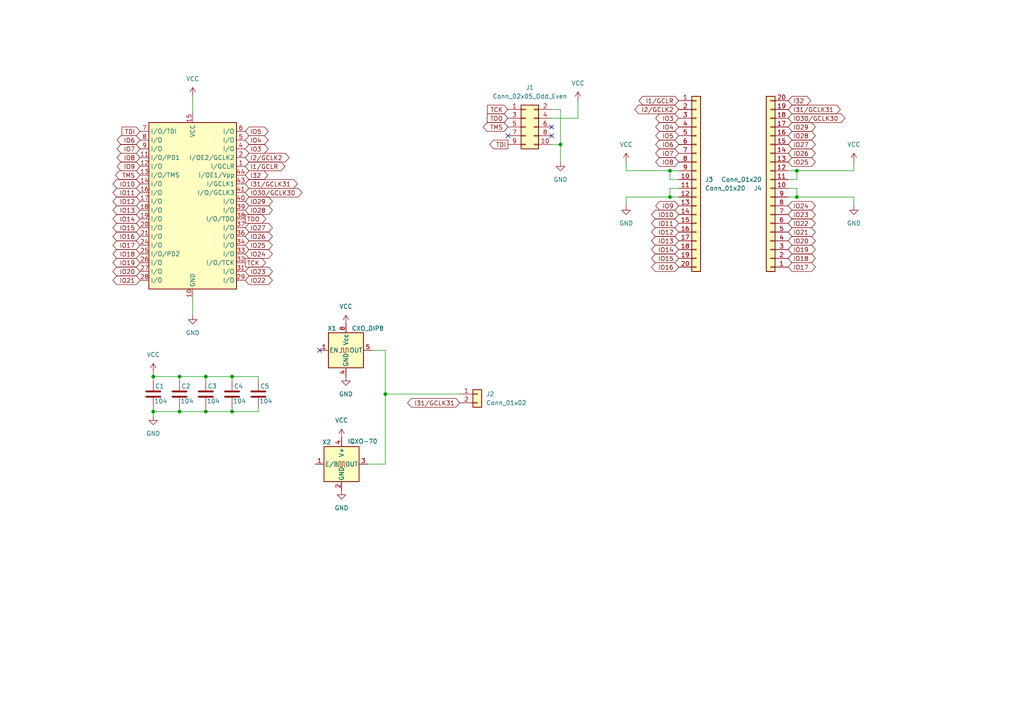
<source format=kicad_sch>
(kicad_sch (version 20231120) (generator "eeschema") (generator_version "8.0")
  (paper "A4")
  (lib_symbols
    (symbol "Connector_Generic:Conn_01x02" (pin_names (offset 1.016) hide)
      (property "Reference" "J" (at 0 2.54 0))
      (property "Value" "Conn_01x02" (at 0 -5.08 0))
      (symbol "Conn_01x02_1_1"
        (rectangle (start -1.27 -2.413) (end 0 -2.667) (stroke (width 0.1524)))
        (rectangle (start -1.27 0.127) (end 0 -0.127) (stroke (width 0.1524)))
        (rectangle (start -1.27 1.27) (end 1.27 -3.81) (stroke (width 0.254)) (fill (type background)))
        (pin passive line (at -5.08 0 0) (length 3.81) (name "Pin_1") (number "1"))
        (pin passive line (at -5.08 -2.54 0) (length 3.81) (name "Pin_2") (number "2"))
      )
    )
    (symbol "Connector_Generic:Conn_01x20" (pin_names (offset 1.016) hide)
      (property "Reference" "J" (at 0 25.4 0))
      (property "Value" "Conn_01x20" (at 0 -27.94 0))
      (symbol "Conn_01x20_1_1"
        (rectangle (start -1.27 -25.273) (end 0 -25.527) (stroke (width 0.1524)))
        (rectangle (start -1.27 -22.733) (end 0 -22.987) (stroke (width 0.1524)))
        (rectangle (start -1.27 -20.193) (end 0 -20.447) (stroke (width 0.1524)))
        (rectangle (start -1.27 -17.653) (end 0 -17.907) (stroke (width 0.1524)))
        (rectangle (start -1.27 -15.113) (end 0 -15.367) (stroke (width 0.1524)))
        (rectangle (start -1.27 -12.573) (end 0 -12.827) (stroke (width 0.1524)))
        (rectangle (start -1.27 -10.033) (end 0 -10.287) (stroke (width 0.1524)))
        (rectangle (start -1.27 -7.493) (end 0 -7.747) (stroke (width 0.1524)))
        (rectangle (start -1.27 -4.953) (end 0 -5.207) (stroke (width 0.1524)))
        (rectangle (start -1.27 -2.413) (end 0 -2.667) (stroke (width 0.1524)))
        (rectangle (start -1.27 0.127) (end 0 -0.127) (stroke (width 0.1524)))
        (rectangle (start -1.27 2.667) (end 0 2.413) (stroke (width 0.1524)))
        (rectangle (start -1.27 5.207) (end 0 4.953) (stroke (width 0.1524)))
        (rectangle (start -1.27 7.747) (end 0 7.493) (stroke (width 0.1524)))
        (rectangle (start -1.27 10.287) (end 0 10.033) (stroke (width 0.1524)))
        (rectangle (start -1.27 12.827) (end 0 12.573) (stroke (width 0.1524)))
        (rectangle (start -1.27 15.367) (end 0 15.113) (stroke (width 0.1524)))
        (rectangle (start -1.27 17.907) (end 0 17.653) (stroke (width 0.1524)))
        (rectangle (start -1.27 20.447) (end 0 20.193) (stroke (width 0.1524)))
        (rectangle (start -1.27 22.987) (end 0 22.733) (stroke (width 0.1524)))
        (rectangle (start -1.27 24.13) (end 1.27 -26.67) (stroke (width 0.254)) (fill (type background)))
        (pin passive line (at -5.08 22.86 0) (length 3.81) (name "Pin_1") (number "1"))
        (pin passive line (at -5.08 0 0) (length 3.81) (name "Pin_10") (number "10"))
        (pin passive line (at -5.08 -2.54 0) (length 3.81) (name "Pin_11") (number "11"))
        (pin passive line (at -5.08 -5.08 0) (length 3.81) (name "Pin_12") (number "12"))
        (pin passive line (at -5.08 -7.62 0) (length 3.81) (name "Pin_13") (number "13"))
        (pin passive line (at -5.08 -10.16 0) (length 3.81) (name "Pin_14") (number "14"))
        (pin passive line (at -5.08 -12.7 0) (length 3.81) (name "Pin_15") (number "15"))
        (pin passive line (at -5.08 -15.24 0) (length 3.81) (name "Pin_16") (number "16"))
        (pin passive line (at -5.08 -17.78 0) (length 3.81) (name "Pin_17") (number "17"))
        (pin passive line (at -5.08 -20.32 0) (length 3.81) (name "Pin_18") (number "18"))
        (pin passive line (at -5.08 -22.86 0) (length 3.81) (name "Pin_19") (number "19"))
        (pin passive line (at -5.08 20.32 0) (length 3.81) (name "Pin_2") (number "2"))
        (pin passive line (at -5.08 -25.4 0) (length 3.81) (name "Pin_20") (number "20"))
        (pin passive line (at -5.08 17.78 0) (length 3.81) (name "Pin_3") (number "3"))
        (pin passive line (at -5.08 15.24 0) (length 3.81) (name "Pin_4") (number "4"))
        (pin passive line (at -5.08 12.7 0) (length 3.81) (name "Pin_5") (number "5"))
        (pin passive line (at -5.08 10.16 0) (length 3.81) (name "Pin_6") (number "6"))
        (pin passive line (at -5.08 7.62 0) (length 3.81) (name "Pin_7") (number "7"))
        (pin passive line (at -5.08 5.08 0) (length 3.81) (name "Pin_8") (number "8"))
        (pin passive line (at -5.08 2.54 0) (length 3.81) (name "Pin_9") (number "9"))
      )
    )
    (symbol "Connector_Generic:Conn_02x05_Odd_Even" (pin_names (offset 1.016) hide)
      (property "Reference" "J" (at 1.27 7.62 0))
      (property "Value" "Conn_02x05_Odd_Even" (at 1.27 -7.62 0))
      (symbol "Conn_02x05_Odd_Even_1_1"
        (rectangle (start -1.27 -4.953) (end 0 -5.207) (stroke (width 0.1524)))
        (rectangle (start -1.27 -2.413) (end 0 -2.667) (stroke (width 0.1524)))
        (rectangle (start -1.27 0.127) (end 0 -0.127) (stroke (width 0.1524)))
        (rectangle (start -1.27 2.667) (end 0 2.413) (stroke (width 0.1524)))
        (rectangle (start -1.27 5.207) (end 0 4.953) (stroke (width 0.1524)))
        (rectangle (start -1.27 6.35) (end 3.81 -6.35) (stroke (width 0.254)) (fill (type background)))
        (rectangle (start 3.81 -4.953) (end 2.54 -5.207) (stroke (width 0.1524)))
        (rectangle (start 3.81 -2.413) (end 2.54 -2.667) (stroke (width 0.1524)))
        (rectangle (start 3.81 0.127) (end 2.54 -0.127) (stroke (width 0.1524)))
        (rectangle (start 3.81 2.667) (end 2.54 2.413) (stroke (width 0.1524)))
        (rectangle (start 3.81 5.207) (end 2.54 4.953) (stroke (width 0.1524)))
        (pin passive line (at -5.08 5.08 0) (length 3.81) (name "Pin_1") (number "1"))
        (pin passive line (at 7.62 -5.08 180) (length 3.81) (name "Pin_10") (number "10"))
        (pin passive line (at 7.62 5.08 180) (length 3.81) (name "Pin_2") (number "2"))
        (pin passive line (at -5.08 2.54 0) (length 3.81) (name "Pin_3") (number "3"))
        (pin passive line (at 7.62 2.54 180) (length 3.81) (name "Pin_4") (number "4"))
        (pin passive line (at -5.08 0 0) (length 3.81) (name "Pin_5") (number "5"))
        (pin passive line (at 7.62 0 180) (length 3.81) (name "Pin_6") (number "6"))
        (pin passive line (at -5.08 -2.54 0) (length 3.81) (name "Pin_7") (number "7"))
        (pin passive line (at 7.62 -2.54 180) (length 3.81) (name "Pin_8") (number "8"))
        (pin passive line (at -5.08 -5.08 0) (length 3.81) (name "Pin_9") (number "9"))
      )
    )
    (symbol "Device:C" (pin_numbers hide) (pin_names (offset 0.254))
      (property "Reference" "C" (at 0.635 2.54 0))
      (property "Value" "C" (at 0.635 -2.54 0))
      (symbol "C_0_1"
        (polyline (pts (xy -2.032 -0.762) (xy 2.032 -0.762)) (stroke (width 0.508)))
        (polyline (pts (xy -2.032 0.762) (xy 2.032 0.762)) (stroke (width 0.508)))
      )
      (symbol "C_1_1"
        (pin passive line (at 0 3.81 270) (length 2.794) (name "~") (number "1"))
        (pin passive line (at 0 -3.81 90) (length 2.794) (name "~") (number "2"))
      )
    )
    (symbol "Jayne k7:ATF1502AS-Jx44"
      (symbol "ATF1502AS-Jx44_0_1"
        (rectangle (start -12.7 22.86) (end 12.7 -25.4) (stroke (width 0.254)) (fill (type background)))
      )
      (symbol "ATF1502AS-Jx44_1_1"
        (pin input line (at 15.24 10.16 180) (length 2.54) (name "I/GCLR") (number "1"))
        (pin power_in line (at 0 -27.94 90) (length 2.54) (name "GND") (number "10"))
        (pin bidirectional line (at -15.24 12.7 0) (length 2.54) (name "I/O/PD1") (number "11"))
        (pin bidirectional line (at -15.24 10.16 0) (length 2.54) (name "I/O") (number "12"))
        (pin bidirectional line (at -15.24 7.62 0) (length 2.54) (name "I/O/TMS") (number "13"))
        (pin bidirectional line (at -15.24 5.08 0) (length 2.54) (name "I/O") (number "14"))
        (pin power_in line (at 0 25.4 270) (length 2.54) (name "VCC") (number "15"))
        (pin bidirectional line (at -15.24 2.54 0) (length 2.54) (name "I/O") (number "16"))
        (pin bidirectional line (at -15.24 0 0) (length 2.54) (name "I/O") (number "17"))
        (pin bidirectional line (at -15.24 -2.54 0) (length 2.54) (name "I/O") (number "18"))
        (pin bidirectional line (at -15.24 -5.08 0) (length 2.54) (name "I/O") (number "19"))
        (pin input line (at 15.24 12.7 180) (length 2.54) (name "I/OE2/GCLK2") (number "2"))
        (pin bidirectional line (at -15.24 -7.62 0) (length 2.54) (name "I/O") (number "20"))
        (pin bidirectional line (at -15.24 -10.16 0) (length 2.54) (name "I/O") (number "21"))
        (pin passive line (at 0 -27.94 90) (length 2.54) hide (name "GND") (number "22"))
        (pin passive line (at 0 25.4 270) (length 2.54) hide (name "VCC") (number "23"))
        (pin bidirectional line (at -15.24 -12.7 0) (length 2.54) (name "I/O") (number "24"))
        (pin bidirectional line (at -15.24 -15.24 0) (length 2.54) (name "I/O/PD2") (number "25"))
        (pin bidirectional line (at -15.24 -17.78 0) (length 2.54) (name "I/O") (number "26"))
        (pin bidirectional line (at -15.24 -20.32 0) (length 2.54) (name "I/O") (number "27"))
        (pin bidirectional line (at -15.24 -22.86 0) (length 2.54) (name "I/O") (number "28"))
        (pin bidirectional line (at 15.24 -22.86 180) (length 2.54) (name "I/O") (number "29"))
        (pin passive line (at 0 25.4 270) (length 2.54) hide (name "VCC") (number "3"))
        (pin passive line (at 0 -27.94 90) (length 2.54) hide (name "GND") (number "30"))
        (pin bidirectional line (at 15.24 -20.32 180) (length 2.54) (name "I/O") (number "31"))
        (pin bidirectional line (at 15.24 -17.78 180) (length 2.54) (name "I/O/TCK") (number "32"))
        (pin bidirectional line (at 15.24 -15.24 180) (length 2.54) (name "I/O") (number "33"))
        (pin bidirectional line (at 15.24 -12.7 180) (length 2.54) (name "I/O") (number "34"))
        (pin passive line (at 0 25.4 270) (length 2.54) hide (name "VCC") (number "35"))
        (pin bidirectional line (at 15.24 -10.16 180) (length 2.54) (name "I/O") (number "36"))
        (pin bidirectional line (at 15.24 -7.62 180) (length 2.54) (name "I/O") (number "37"))
        (pin bidirectional line (at 15.24 -5.08 180) (length 2.54) (name "I/O/TDO") (number "38"))
        (pin bidirectional line (at 15.24 -2.54 180) (length 2.54) (name "I/O") (number "39"))
        (pin bidirectional line (at 15.24 15.24 180) (length 2.54) (name "I/O") (number "4"))
        (pin bidirectional line (at 15.24 0 180) (length 2.54) (name "I/O") (number "40"))
        (pin bidirectional line (at 15.24 2.54 180) (length 2.54) (name "I/O/GCLK3") (number "41"))
        (pin passive line (at 0 -27.94 90) (length 2.54) hide (name "GND") (number "42"))
        (pin input line (at 15.24 5.08 180) (length 2.54) (name "I/GCLK1") (number "43"))
        (pin input line (at 15.24 7.62 180) (length 2.54) (name "I/OE1/Vpp") (number "44"))
        (pin bidirectional line (at 15.24 17.78 180) (length 2.54) (name "I/O") (number "5"))
        (pin bidirectional line (at 15.24 20.32 180) (length 2.54) (name "I/O") (number "6"))
        (pin bidirectional line (at -15.24 20.32 0) (length 2.54) (name "I/O/TDI") (number "7"))
        (pin bidirectional line (at -15.24 17.78 0) (length 2.54) (name "I/O") (number "8"))
        (pin bidirectional line (at -15.24 15.24 0) (length 2.54) (name "I/O") (number "9"))
      )
    )
    (symbol "Oscillator:CXO_DIP8" (pin_names (offset 0.254))
      (property "Reference" "X" (at -5.08 6.35 0))
      (property "Value" "CXO_DIP8" (at 1.27 -6.35 0))
      (symbol "CXO_DIP8_0_1"
        (rectangle (start -5.08 5.08) (end 5.08 -5.08) (stroke (width 0.254)) (fill (type background)))
        (polyline (pts (xy -1.905 -0.635) (xy -1.27 -0.635) (xy -1.27 0.635) (xy -0.635 0.635) (xy -0.635 -0.635) (xy 0 -0.635) (xy 0 0.635) (xy 0.635 0.635) (xy 0.635 -0.635)))
      )
      (symbol "CXO_DIP8_1_1"
        (pin input line (at -7.62 0 0) (length 2.54) (name "EN") (number "1"))
        (pin power_in line (at 0 -7.62 90) (length 2.54) (name "GND") (number "4"))
        (pin output line (at 7.62 0 180) (length 2.54) (name "OUT") (number "5"))
        (pin power_in line (at 0 7.62 270) (length 2.54) (name "Vcc") (number "8"))
      )
    )
    (symbol "Oscillator:IQXO-70" (pin_names (offset 0.254))
      (property "Reference" "X" (at -5.08 6.35 0))
      (property "Value" "IQXO-70" (at 1.27 -6.35 0))
      (symbol "IQXO-70_0_1"
        (rectangle (start -5.08 5.08) (end 5.08 -5.08) (stroke (width 0.254)) (fill (type background)))
        (polyline (pts (xy -1.016 -0.762) (xy -0.762 -0.762) (xy -0.762 0.762) (xy -0.254 0.762) (xy -0.254 -0.762) (xy 0.254 -0.762) (xy 0.254 0.762) (xy 0.762 0.762) (xy 0.762 -0.762) (xy 1.016 -0.762)))
      )
      (symbol "IQXO-70_1_1"
        (pin input line (at -7.62 0 0) (length 2.54) (name "E/B") (number "1"))
        (pin power_in line (at 0 -7.62 90) (length 2.54) (name "GND") (number "2"))
        (pin output line (at 7.62 0 180) (length 2.54) (name "OUT") (number "3"))
        (pin power_in line (at 0 7.62 270) (length 2.54) (name "V+") (number "4"))
      )
    )
    (symbol "power:GND" (power) (pin_numbers hide) (pin_names (offset 0) hide)
      (property "Value" "GND" (at 0 -3.81 0))
      (symbol "GND_0_1"
        (polyline (pts (xy 0 0) (xy 0 -1.27) (xy 1.27 -1.27) (xy 0 -2.54) (xy -1.27 -1.27) (xy 0 -1.27)))
      )
      (symbol "GND_1_1"
        (pin power_in line (at 0 0 270) (length 0) (name "~") (number "1"))
      )
    )
    (symbol "power:VCC" (power) (pin_numbers hide) (pin_names (offset 0) hide)
      (property "Value" "VCC" (at 0 3.556 0))
      (symbol "VCC_0_1"
        (polyline (pts (xy -0.762 1.27) (xy 0 2.54)))
        (polyline (pts (xy 0 0) (xy 0 2.54)))
        (polyline (pts (xy 0 2.54) (xy 0.762 1.27)))
      )
      (symbol "VCC_1_1"
        (pin power_in line (at 0 0 90) (length 0) (name "~") (number "1"))
      )
    )
  )
  (junction (at 231.14 49.53))
  (junction (at 194.31 49.53))
  (junction (at 111.76 114.3))
  (junction (at 67.31 109.22))
  (junction (at 44.45 109.22))
  (junction (at 59.69 109.22))
  (junction (at 59.69 119.38))
  (junction (at 67.31 119.38))
  (junction (at 44.45 119.38))
  (junction (at 52.07 109.22))
  (junction (at 52.07 119.38))
  (junction (at 162.56 41.91))
  (junction (at 231.14 57.15))
  (junction (at 194.31 57.15))
  (no_connect (at 160.02 36.83))
  (no_connect (at 92.71 101.6))
  (no_connect (at 160.02 39.37))
  (no_connect (at 147.32 39.37))
  (wire (pts (xy 181.61 57.15) (xy 181.61 59.69)))
  (wire (pts (xy 167.64 34.29) (xy 167.64 29.21)))
  (wire (pts (xy 44.45 107.95) (xy 44.45 109.22)))
  (wire (pts (xy 44.45 119.38) (xy 52.07 119.38)))
  (wire (pts (xy 52.07 109.22) (xy 52.07 110.49)))
  (wire (pts (xy 160.02 41.91) (xy 162.56 41.91)))
  (wire (pts (xy 74.93 119.38) (xy 74.93 118.11)))
  (wire (pts (xy 231.14 52.07) (xy 231.14 49.53)))
  (wire (pts (xy 44.45 118.11) (xy 44.45 119.38)))
  (wire (pts (xy 162.56 46.99) (xy 162.56 41.91)))
  (wire (pts (xy 55.88 86.36) (xy 55.88 91.44)))
  (wire (pts (xy 44.45 109.22) (xy 44.45 110.49)))
  (wire (pts (xy 162.56 31.75) (xy 160.02 31.75)))
  (wire (pts (xy 228.6 49.53) (xy 231.14 49.53)))
  (wire (pts (xy 52.07 119.38) (xy 52.07 118.11)))
  (wire (pts (xy 160.02 34.29) (xy 167.64 34.29)))
  (wire (pts (xy 194.31 49.53) (xy 194.31 52.07)))
  (wire (pts (xy 111.76 114.3) (xy 133.35 114.3)))
  (wire (pts (xy 194.31 49.53) (xy 196.85 49.53)))
  (wire (pts (xy 52.07 109.22) (xy 59.69 109.22)))
  (wire (pts (xy 228.6 52.07) (xy 231.14 52.07)))
  (wire (pts (xy 74.93 109.22) (xy 74.93 110.49)))
  (wire (pts (xy 194.31 57.15) (xy 181.61 57.15)))
  (wire (pts (xy 247.65 57.15) (xy 247.65 59.69)))
  (wire (pts (xy 231.14 57.15) (xy 247.65 57.15)))
  (wire (pts (xy 194.31 54.61) (xy 194.31 57.15)))
  (wire (pts (xy 196.85 54.61) (xy 194.31 54.61)))
  (wire (pts (xy 228.6 54.61) (xy 231.14 54.61)))
  (wire (pts (xy 67.31 109.22) (xy 74.93 109.22)))
  (wire (pts (xy 181.61 46.99) (xy 181.61 49.53)))
  (wire (pts (xy 247.65 49.53) (xy 247.65 46.99)))
  (wire (pts (xy 59.69 109.22) (xy 67.31 109.22)))
  (wire (pts (xy 231.14 49.53) (xy 247.65 49.53)))
  (wire (pts (xy 196.85 52.07) (xy 194.31 52.07)))
  (wire (pts (xy 59.69 109.22) (xy 59.69 110.49)))
  (wire (pts (xy 162.56 41.91) (xy 162.56 31.75)))
  (wire (pts (xy 59.69 119.38) (xy 67.31 119.38)))
  (wire (pts (xy 231.14 54.61) (xy 231.14 57.15)))
  (wire (pts (xy 107.95 101.6) (xy 111.76 101.6)))
  (wire (pts (xy 59.69 118.11) (xy 59.69 119.38)))
  (wire (pts (xy 55.88 27.94) (xy 55.88 33.02)))
  (wire (pts (xy 67.31 109.22) (xy 67.31 110.49)))
  (wire (pts (xy 67.31 119.38) (xy 67.31 118.11)))
  (wire (pts (xy 111.76 114.3) (xy 111.76 134.62)))
  (wire (pts (xy 44.45 109.22) (xy 52.07 109.22)))
  (wire (pts (xy 52.07 119.38) (xy 59.69 119.38)))
  (wire (pts (xy 44.45 119.38) (xy 44.45 120.65)))
  (wire (pts (xy 196.85 57.15) (xy 194.31 57.15)))
  (wire (pts (xy 111.76 101.6) (xy 111.76 114.3)))
  (wire (pts (xy 228.6 57.15) (xy 231.14 57.15)))
  (wire (pts (xy 181.61 49.53) (xy 194.31 49.53)))
  (wire (pts (xy 67.31 119.38) (xy 74.93 119.38)))
  (wire (pts (xy 111.76 134.62) (xy 106.68 134.62)))
  (global_label "IO10" (shape tri_state) (at 196.85 62.23 180) (property "Intersheetrefs" "${INTERSHEET_REFS}" (effects (hide yes))))
  (global_label "IO8" (shape tri_state) (at 196.85 46.99 180) (property "Intersheetrefs" "${INTERSHEET_REFS}" (effects (hide yes))))
  (global_label "I1{slash}GCLR" (shape tri_state) (at 71.12 48.26 0) (property "Intersheetrefs" "${INTERSHEET_REFS}" (effects (hide yes))))
  (global_label "IO9" (shape tri_state) (at 40.64 48.26 180) (property "Intersheetrefs" "${INTERSHEET_REFS}" (effects (hide yes))))
  (global_label "IO25" (shape tri_state) (at 71.12 71.12 0) (property "Intersheetrefs" "${INTERSHEET_REFS}" (effects (hide yes))))
  (global_label "IO30{slash}GCLK30" (shape tri_state) (at 71.12 55.88 0) (property "Intersheetrefs" "${INTERSHEET_REFS}" (effects (hide yes))))
  (global_label "IO17" (shape tri_state) (at 40.64 71.12 180) (property "Intersheetrefs" "${INTERSHEET_REFS}" (effects (hide yes))))
  (global_label "IO5" (shape tri_state) (at 196.85 39.37 180) (property "Intersheetrefs" "${INTERSHEET_REFS}" (effects (hide yes))))
  (global_label "IO5" (shape tri_state) (at 71.12 38.1 0) (property "Intersheetrefs" "${INTERSHEET_REFS}" (effects (hide yes))))
  (global_label "IO6" (shape tri_state) (at 196.85 41.91 180) (property "Intersheetrefs" "${INTERSHEET_REFS}" (effects (hide yes))))
  (global_label "I32" (shape tri_state) (at 228.6 29.21 0) (property "Intersheetrefs" "${INTERSHEET_REFS}" (effects (hide yes))))
  (global_label "I31{slash}GCLK31" (shape tri_state) (at 228.6 31.75 0) (property "Intersheetrefs" "${INTERSHEET_REFS}" (effects (hide yes))))
  (global_label "IO16" (shape tri_state) (at 40.64 68.58 180) (property "Intersheetrefs" "${INTERSHEET_REFS}" (effects (hide yes))))
  (global_label "TMS" (shape bidirectional) (at 147.32 36.83 180) (property "Intersheetrefs" "${INTERSHEET_REFS}" (effects (hide yes))))
  (global_label "IO18" (shape tri_state) (at 40.64 73.66 180) (property "Intersheetrefs" "${INTERSHEET_REFS}" (effects (hide yes))))
  (global_label "IO27" (shape tri_state) (at 228.6 41.91 0) (property "Intersheetrefs" "${INTERSHEET_REFS}" (effects (hide yes))))
  (global_label "IO22" (shape tri_state) (at 71.12 81.28 0) (property "Intersheetrefs" "${INTERSHEET_REFS}" (effects (hide yes))))
  (global_label "IO23" (shape tri_state) (at 228.6 62.23 0) (property "Intersheetrefs" "${INTERSHEET_REFS}" (effects (hide yes))))
  (global_label "IO22" (shape tri_state) (at 228.6 64.77 0) (property "Intersheetrefs" "${INTERSHEET_REFS}" (effects (hide yes))))
  (global_label "IO28" (shape tri_state) (at 228.6 39.37 0) (property "Intersheetrefs" "${INTERSHEET_REFS}" (effects (hide yes))))
  (global_label "IO24" (shape tri_state) (at 71.12 73.66 0) (property "Intersheetrefs" "${INTERSHEET_REFS}" (effects (hide yes))))
  (global_label "TDO" (shape output) (at 71.12 63.5 0) (property "Intersheetrefs" "${INTERSHEET_REFS}" (effects (hide yes))))
  (global_label "TDI" (shape output) (at 147.32 41.91 180) (property "Intersheetrefs" "${INTERSHEET_REFS}" (effects (hide yes))))
  (global_label "IO6" (shape tri_state) (at 40.64 40.64 180) (property "Intersheetrefs" "${INTERSHEET_REFS}" (effects (hide yes))))
  (global_label "I31{slash}GCLK31" (shape tri_state) (at 133.35 116.84 180) (property "Intersheetrefs" "${INTERSHEET_REFS}" (effects (hide yes))))
  (global_label "IO11" (shape tri_state) (at 40.64 55.88 180) (property "Intersheetrefs" "${INTERSHEET_REFS}" (effects (hide yes))))
  (global_label "IO3" (shape tri_state) (at 71.12 43.18 0) (property "Intersheetrefs" "${INTERSHEET_REFS}" (effects (hide yes))))
  (global_label "I1{slash}GCLR" (shape tri_state) (at 196.85 29.21 180) (property "Intersheetrefs" "${INTERSHEET_REFS}" (effects (hide yes))))
  (global_label "IO21" (shape tri_state) (at 228.6 67.31 0) (property "Intersheetrefs" "${INTERSHEET_REFS}" (effects (hide yes))))
  (global_label "IO3" (shape tri_state) (at 196.85 34.29 180) (property "Intersheetrefs" "${INTERSHEET_REFS}" (effects (hide yes))))
  (global_label "IO26" (shape tri_state) (at 71.12 68.58 0) (property "Intersheetrefs" "${INTERSHEET_REFS}" (effects (hide yes))))
  (global_label "IO20" (shape tri_state) (at 40.64 78.74 180) (property "Intersheetrefs" "${INTERSHEET_REFS}" (effects (hide yes))))
  (global_label "IO13" (shape tri_state) (at 196.85 69.85 180) (property "Intersheetrefs" "${INTERSHEET_REFS}" (effects (hide yes))))
  (global_label "TCK" (shape input) (at 147.32 31.75 180) (property "Intersheetrefs" "${INTERSHEET_REFS}" (effects (hide yes))))
  (global_label "IO14" (shape tri_state) (at 40.64 63.5 180) (property "Intersheetrefs" "${INTERSHEET_REFS}" (effects (hide yes))))
  (global_label "IO17" (shape tri_state) (at 228.6 77.47 0) (property "Intersheetrefs" "${INTERSHEET_REFS}" (effects (hide yes))))
  (global_label "IO15" (shape tri_state) (at 40.64 66.04 180) (property "Intersheetrefs" "${INTERSHEET_REFS}" (effects (hide yes))))
  (global_label "IO19" (shape tri_state) (at 228.6 72.39 0) (property "Intersheetrefs" "${INTERSHEET_REFS}" (effects (hide yes))))
  (global_label "TCK" (shape output) (at 71.12 76.2 0) (property "Intersheetrefs" "${INTERSHEET_REFS}" (effects (hide yes))))
  (global_label "IO14" (shape tri_state) (at 196.85 72.39 180) (property "Intersheetrefs" "${INTERSHEET_REFS}" (effects (hide yes))))
  (global_label "I2{slash}GCLK2" (shape tri_state) (at 196.85 31.75 180) (property "Intersheetrefs" "${INTERSHEET_REFS}" (effects (hide yes))))
  (global_label "IO10" (shape tri_state) (at 40.64 53.34 180) (property "Intersheetrefs" "${INTERSHEET_REFS}" (effects (hide yes))))
  (global_label "IO25" (shape tri_state) (at 228.6 46.99 0) (property "Intersheetrefs" "${INTERSHEET_REFS}" (effects (hide yes))))
  (global_label "IO23" (shape tri_state) (at 71.12 78.74 0) (property "Intersheetrefs" "${INTERSHEET_REFS}" (effects (hide yes))))
  (global_label "TDI" (shape input) (at 40.64 38.1 180) (property "Intersheetrefs" "${INTERSHEET_REFS}" (effects (hide yes))))
  (global_label "IO7" (shape tri_state) (at 40.64 43.18 180) (property "Intersheetrefs" "${INTERSHEET_REFS}" (effects (hide yes))))
  (global_label "IO28" (shape tri_state) (at 71.12 60.96 0) (property "Intersheetrefs" "${INTERSHEET_REFS}" (effects (hide yes))))
  (global_label "IO16" (shape tri_state) (at 196.85 77.47 180) (property "Intersheetrefs" "${INTERSHEET_REFS}" (effects (hide yes))))
  (global_label "IO29" (shape tri_state) (at 228.6 36.83 0) (property "Intersheetrefs" "${INTERSHEET_REFS}" (effects (hide yes))))
  (global_label "IO26" (shape tri_state) (at 228.6 44.45 0) (property "Intersheetrefs" "${INTERSHEET_REFS}" (effects (hide yes))))
  (global_label "IO7" (shape tri_state) (at 196.85 44.45 180) (property "Intersheetrefs" "${INTERSHEET_REFS}" (effects (hide yes))))
  (global_label "IO12" (shape tri_state) (at 196.85 67.31 180) (property "Intersheetrefs" "${INTERSHEET_REFS}" (effects (hide yes))))
  (global_label "IO12" (shape tri_state) (at 40.64 58.42 180) (property "Intersheetrefs" "${INTERSHEET_REFS}" (effects (hide yes))))
  (global_label "TMS" (shape bidirectional) (at 40.64 50.8 180) (property "Intersheetrefs" "${INTERSHEET_REFS}" (effects (hide yes))))
  (global_label "IO19" (shape tri_state) (at 40.64 76.2 180) (property "Intersheetrefs" "${INTERSHEET_REFS}" (effects (hide yes))))
  (global_label "IO15" (shape tri_state) (at 196.85 74.93 180) (property "Intersheetrefs" "${INTERSHEET_REFS}" (effects (hide yes))))
  (global_label "IO9" (shape tri_state) (at 196.85 59.69 180) (property "Intersheetrefs" "${INTERSHEET_REFS}" (effects (hide yes))))
  (global_label "TDO" (shape input) (at 147.32 34.29 180) (property "Intersheetrefs" "${INTERSHEET_REFS}" (effects (hide yes))))
  (global_label "IO24" (shape tri_state) (at 228.6 59.69 0) (property "Intersheetrefs" "${INTERSHEET_REFS}" (effects (hide yes))))
  (global_label "IO27" (shape tri_state) (at 71.12 66.04 0) (property "Intersheetrefs" "${INTERSHEET_REFS}" (effects (hide yes))))
  (global_label "IO8" (shape tri_state) (at 40.64 45.72 180) (property "Intersheetrefs" "${INTERSHEET_REFS}" (effects (hide yes))))
  (global_label "IO13" (shape tri_state) (at 40.64 60.96 180) (property "Intersheetrefs" "${INTERSHEET_REFS}" (effects (hide yes))))
  (global_label "IO11" (shape tri_state) (at 196.85 64.77 180) (property "Intersheetrefs" "${INTERSHEET_REFS}" (effects (hide yes))))
  (global_label "I32" (shape tri_state) (at 71.12 50.8 0) (property "Intersheetrefs" "${INTERSHEET_REFS}" (effects (hide yes))))
  (global_label "IO4" (shape tri_state) (at 196.85 36.83 180) (property "Intersheetrefs" "${INTERSHEET_REFS}" (effects (hide yes))))
  (global_label "IO29" (shape tri_state) (at 71.12 58.42 0) (property "Intersheetrefs" "${INTERSHEET_REFS}" (effects (hide yes))))
  (global_label "IO21" (shape tri_state) (at 40.64 81.28 180) (property "Intersheetrefs" "${INTERSHEET_REFS}" (effects (hide yes))))
  (global_label "IO30{slash}GCLK30" (shape tri_state) (at 228.6 34.29 0) (property "Intersheetrefs" "${INTERSHEET_REFS}" (effects (hide yes))))
  (global_label "IO20" (shape tri_state) (at 228.6 69.85 0) (property "Intersheetrefs" "${INTERSHEET_REFS}" (effects (hide yes))))
  (global_label "I2{slash}GCLK2" (shape tri_state) (at 71.12 45.72 0) (property "Intersheetrefs" "${INTERSHEET_REFS}" (effects (hide yes))))
  (global_label "I31{slash}GCLK31" (shape tri_state) (at 71.12 53.34 0) (property "Intersheetrefs" "${INTERSHEET_REFS}" (effects (hide yes))))
  (global_label "IO18" (shape tri_state) (at 228.6 74.93 0) (property "Intersheetrefs" "${INTERSHEET_REFS}" (effects (hide yes))))
  (global_label "IO4" (shape tri_state) (at 71.12 40.64 0) (property "Intersheetrefs" "${INTERSHEET_REFS}" (effects (hide yes))))
  (symbol (lib_id "Device:C") (at 67.31 114.3 0) (unit 1)
    (property "Reference" "C4" (at 67.818 112.014 0) (effects (justify left)))
    (property "Value" "104" (at 67.564 116.332 0) (effects (justify left)))
    (property "Footprint" "Capacitor_SMD:C_0805_2012Metric_Pad1.18x1.45mm_HandSolder" (effects (hide yes)))
    (property "Description" "Unpolarized capacitor" (effects (hide yes)))
    (property "LCSC" "C14663" (effects (hide yes)))
  )
  (symbol (lib_id "Device:C") (at 52.07 114.3 0) (unit 1)
    (property "Reference" "C2" (at 52.578 112.014 0) (effects (justify left)))
    (property "Value" "104" (at 52.324 116.332 0) (effects (justify left)))
    (property "Footprint" "Capacitor_SMD:C_0805_2012Metric_Pad1.18x1.45mm_HandSolder" (effects (hide yes)))
    (property "Description" "Unpolarized capacitor" (effects (hide yes)))
    (property "LCSC" "C14663" (effects (hide yes)))
  )
  (symbol (lib_id "power:GND") (at 181.61 59.69 0) (unit 1)
    (property "Reference" "#PWR07" (effects (hide yes)))
    (property "Value" "GND" (at 181.61 64.77 0))
    (property "Description" "Power symbol creates a global label with name \"GND\" , ground" (effects (hide yes)))
  )
  (symbol (lib_id "Oscillator:IQXO-70") (at 99.06 134.62 0) (unit 1)
    (property "Reference" "X2" (at 94.742 128.27 0))
    (property "Value" "IQXO-70" (at 105.156 128.016 0))
    (property "Footprint" "Oscillator:Oscillator_SMD_EuroQuartz_XO53-4Pin_5.0x3.2mm" (effects (hide yes)))
    (property "Datasheet" "http://www.iqdfrequencyproducts.com/products/details/iqxo-70-11-30.pdf" (effects (hide yes)))
    (property "Description" "Crystal Clock Oscillator, SMD package 7.5x5.0mm²" (effects (hide yes)))
  )
  (symbol (lib_id "power:VCC") (at 247.65 46.99 0) (unit 1)
    (property "Reference" "#PWR09" (effects (hide yes)))
    (property "Value" "VCC" (at 247.65 41.91 0))
    (property "Description" "Power symbol creates a global label with name \"VCC\"" (effects (hide yes)))
  )
  (symbol (lib_id "Device:C") (at 59.69 114.3 0) (unit 1)
    (property "Reference" "C3" (at 60.198 112.014 0) (effects (justify left)))
    (property "Value" "104" (at 59.944 116.332 0) (effects (justify left)))
    (property "Footprint" "Capacitor_SMD:C_0805_2012Metric_Pad1.18x1.45mm_HandSolder" (effects (hide yes)))
    (property "Description" "Unpolarized capacitor" (effects (hide yes)))
    (property "LCSC" "C14663" (effects (hide yes)))
  )
  (symbol (lib_id "power:VCC") (at 55.88 27.94 0) (unit 1)
    (property "Reference" "#PWR01" (effects (hide yes)))
    (property "Value" "VCC" (at 55.88 22.86 0))
    (property "Description" "Power symbol creates a global label with name \"VCC\"" (effects (hide yes)))
  )
  (symbol (lib_id "Connector_Generic:Conn_01x20") (at 223.52 54.61 180) (unit 1)
    (property "Reference" "J4" (at 220.98 54.6101 0) (effects (justify left)))
    (property "Value" "Conn_01x20" (at 220.98 52.0701 0) (effects (justify left)))
    (property "Footprint" "Connector_PinHeader_2.54mm:PinHeader_1x20_P2.54mm_Vertical" (effects (hide yes)))
    (property "Description" "Generic connector, single row, 01x20, script generated (kicad-library-utils/schlib/autogen/connector/)" (effects (hide yes)))
  )
  (symbol (lib_id "power:GND") (at 44.45 120.65 0) (unit 1)
    (property "Reference" "#PWR04" (effects (hide yes)))
    (property "Value" "GND" (at 44.45 125.73 0))
    (property "Description" "Power symbol creates a global label with name \"GND\" , ground" (effects (hide yes)))
  )
  (symbol (lib_id "Connector_Generic:Conn_01x20") (at 201.93 52.07 0) (unit 1)
    (property "Reference" "J3" (at 204.47 52.0699 0) (effects (justify left)))
    (property "Value" "Conn_01x20" (at 204.47 54.6099 0) (effects (justify left)))
    (property "Footprint" "Connector_PinHeader_2.54mm:PinHeader_1x20_P2.54mm_Vertical" (effects (hide yes)))
    (property "Description" "Generic connector, single row, 01x20, script generated (kicad-library-utils/schlib/autogen/connector/)" (effects (hide yes)))
  )
  (symbol (lib_id "power:VCC") (at 167.64 29.21 0) (unit 1)
    (property "Reference" "#PWR06" (effects (hide yes)))
    (property "Value" "VCC" (at 167.64 24.13 0))
    (property "Description" "Power symbol creates a global label with name \"VCC\"" (effects (hide yes)))
  )
  (symbol (lib_id "power:VCC") (at 44.45 107.95 0) (unit 1)
    (property "Reference" "#PWR03" (effects (hide yes)))
    (property "Value" "VCC" (at 44.45 102.87 0))
    (property "Description" "Power symbol creates a global label with name \"VCC\"" (effects (hide yes)))
  )
  (symbol (lib_id "power:VCC") (at 99.06 127 0) (unit 1)
    (property "Reference" "#PWR013" (effects (hide yes)))
    (property "Value" "VCC" (at 99.06 121.92 0))
    (property "Description" "Power symbol creates a global label with name \"VCC\"" (effects (hide yes)))
  )
  (symbol (lib_id "Connector_Generic:Conn_02x05_Odd_Even") (at 152.4 36.83 0) (unit 1)
    (property "Reference" "J1" (at 153.67 25.4 0))
    (property "Value" "Conn_02x05_Odd_Even" (at 153.67 27.94 0))
    (property "Footprint" "Connector_PinHeader_2.54mm:PinHeader_2x05_P2.54mm_Vertical" (effects (hide yes)))
    (property "Description" "Generic connector, double row, 02x05, odd/even pin numbering scheme (row 1 odd numbers, row 2 even numbers), script generated (kicad-library-utils/schlib/autogen/connector/)" (effects (hide yes)))
  )
  (symbol (lib_id "power:GND") (at 247.65 59.69 0) (unit 1)
    (property "Reference" "#PWR08" (effects (hide yes)))
    (property "Value" "GND" (at 247.65 64.77 0))
    (property "Description" "Power symbol creates a global label with name \"GND\" , ground" (effects (hide yes)))
  )
  (symbol (lib_id "Device:C") (at 74.93 114.3 0) (unit 1)
    (property "Reference" "C5" (at 75.438 112.014 0) (effects (justify left)))
    (property "Value" "104" (at 75.184 116.332 0) (effects (justify left)))
    (property "Footprint" "Capacitor_SMD:C_0805_2012Metric_Pad1.18x1.45mm_HandSolder" (effects (hide yes)))
    (property "Description" "Unpolarized capacitor" (effects (hide yes)))
    (property "LCSC" "C14663" (effects (hide yes)))
  )
  (symbol (lib_id "power:GND") (at 55.88 91.44 0) (unit 1)
    (property "Reference" "#PWR02" (effects (hide yes)))
    (property "Value" "GND" (at 55.88 96.52 0))
    (property "Description" "Power symbol creates a global label with name \"GND\" , ground" (effects (hide yes)))
  )
  (symbol (lib_id "power:GND") (at 99.06 142.24 0) (unit 1)
    (property "Reference" "#PWR014" (effects (hide yes)))
    (property "Value" "GND" (at 99.06 147.32 0))
    (property "Description" "Power symbol creates a global label with name \"GND\" , ground" (effects (hide yes)))
  )
  (symbol (lib_id "Device:C") (at 44.45 114.3 0) (unit 1)
    (property "Reference" "C1" (at 44.958 112.014 0) (effects (justify left)))
    (property "Value" "104" (at 44.704 116.332 0) (effects (justify left)))
    (property "Footprint" "Capacitor_SMD:C_0805_2012Metric_Pad1.18x1.45mm_HandSolder" (effects (hide yes)))
    (property "Description" "Unpolarized capacitor" (effects (hide yes)))
    (property "LCSC" "C14663" (effects (hide yes)))
  )
  (symbol (lib_id "power:VCC") (at 181.61 46.99 0) (unit 1)
    (property "Reference" "#PWR010" (effects (hide yes)))
    (property "Value" "VCC" (at 181.61 41.91 0))
    (property "Description" "Power symbol creates a global label with name \"VCC\"" (effects (hide yes)))
  )
  (symbol (lib_id "power:GND") (at 100.33 109.22 0) (unit 1)
    (property "Reference" "#PWR012" (effects (hide yes)))
    (property "Value" "GND" (at 100.33 114.3 0))
    (property "Description" "Power symbol creates a global label with name \"GND\" , ground" (effects (hide yes)))
  )
  (symbol (lib_id "power:GND") (at 162.56 46.99 0) (unit 1)
    (property "Reference" "#PWR05" (effects (hide yes)))
    (property "Value" "GND" (at 162.56 52.07 0))
    (property "Description" "Power symbol creates a global label with name \"GND\" , ground" (effects (hide yes)))
  )
  (symbol (lib_id "Oscillator:CXO_DIP8") (at 100.33 101.6 0) (unit 1)
    (property "Reference" "X1" (at 96.266 95.25 0))
    (property "Value" "CXO_DIP8" (at 106.68 95.25 0))
    (property "Footprint" "Oscillator:Oscillator_DIP-8" (effects (hide yes)))
    (property "Datasheet" "http://cdn-reichelt.de/documents/datenblatt/B400/OSZI.pdf" (effects (hide yes)))
    (property "Description" "Crystal Clock Oscillator, DIP8-style metal package" (effects (hide yes)))
  )
  (symbol (lib_id "power:VCC") (at 100.33 93.98 0) (unit 1)
    (property "Reference" "#PWR011" (effects (hide yes)))
    (property "Value" "VCC" (at 100.33 88.9 0))
    (property "Description" "Power symbol creates a global label with name \"VCC\"" (effects (hide yes)))
  )
  (symbol (lib_id "Jayne k7:ATF1502AS-Jx44") (at 55.88 58.42 0) (unit 1)
    (property "Reference" "U1" (effects (hide yes)))
    (property "Value" "ATF1502AS-Jx44" (effects (hide yes)))
    (property "Footprint" "Package_LCC:PLCC-44_THT-Socket" (effects (hide yes)))
    (property "Datasheet" "http://ww1.microchip.com/downloads/en/DeviceDoc/Atmel-0995-CPLD-ATF1502AS(L)-Datasheet.pdf" (effects (hide yes)))
    (property "Description" "Microchip CPLD, 32 Macrocell, 5 V, PLCC-44" (effects (hide yes)))
  )
  (symbol (lib_id "Connector_Generic:Conn_01x02") (at 138.43 114.3 0) (unit 1)
    (property "Reference" "J2" (at 140.97 114.2999 0) (effects (justify left)))
    (property "Value" "Conn_01x02" (at 140.97 116.8399 0) (effects (justify left)))
    (property "Footprint" "Connector_PinHeader_2.54mm:PinHeader_1x02_P2.54mm_Vertical" (effects (hide yes)))
    (property "Description" "Generic connector, single row, 01x02, script generated (kicad-library-utils/schlib/autogen/connector/)" (effects (hide yes)))
  )
)
</source>
